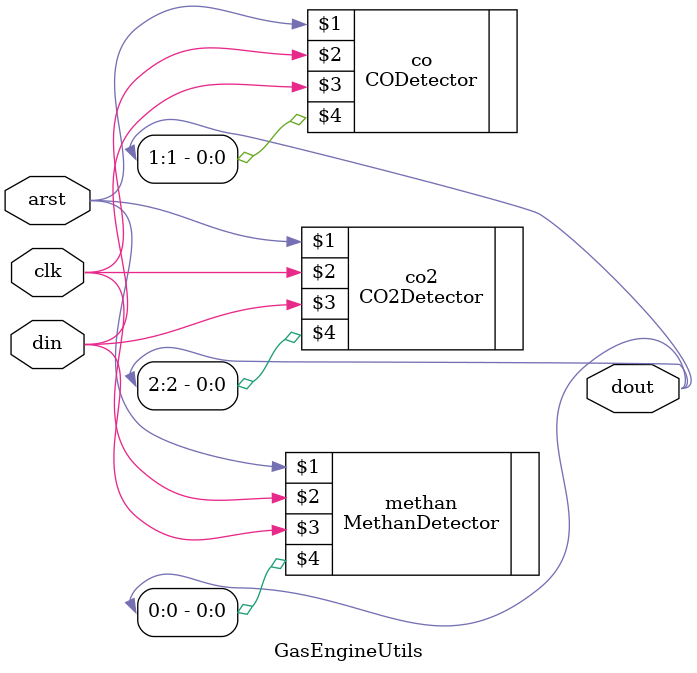
<source format=v>
`timescale 1ns / 1ns
module GasEngineUtils(
	input        arst, // async reset
	input        clk , // clock posedge
	input        din , // input data 
	output [2:0] dout  // output data
);
	// Detectors
	CO2Detector co2 (arst, clk, din, dout[2]);
	CODetector co (arst, clk, din, dout[1]);
	MethanDetector methan (arst, clk, din, dout[0]);
	
endmodule

</source>
